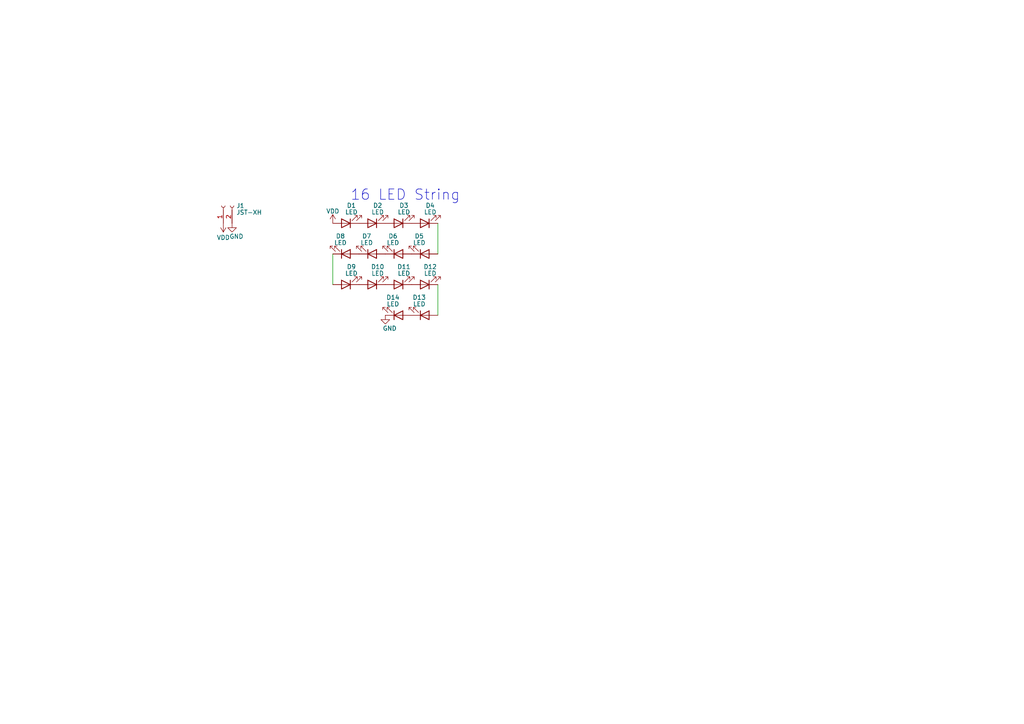
<source format=kicad_sch>
(kicad_sch (version 20230121) (generator eeschema)
  (paper "A4")
  (lib_symbols
    (symbol "Connector:Conn_01x02_Socket" (pin_names (offset 1.016) hide)
      (property "Reference" "J" (at 0 2.54 0))
      (property "Value" "Conn_01x02_Socket" (at 0 -5.08 0))
      (symbol "Conn_01x02_Socket_1_1"
        (arc (start 0 -2.032) (mid -0.5058 -2.54) (end 0 -3.048) (stroke (width 0.1524)))
        (polyline (pts (xy -1.27 -2.54) (xy -0.508 -2.54)) (stroke (width 0.1524)))
        (polyline (pts (xy -1.27 0) (xy -0.508 0)) (stroke (width 0.1524)))
        (arc (start 0 0.508) (mid -0.5058 0) (end 0 -0.508) (stroke (width 0.1524)))
        (pin passive line (at -5.08 0 0) (length 3.81) (name "Pin_1") (number "1"))
        (pin passive line (at -5.08 -2.54 0) (length 3.81) (name "Pin_2") (number "2"))
      )
    )
    (symbol "Device:LED" (pin_numbers hide) (pin_names (offset 1.016) hide)
      (property "Reference" "D" (at 0 2.54 0))
      (property "Value" "LED" (at 0 -2.54 0))
      (symbol "LED_0_1"
        (polyline (pts (xy -1.27 -1.27) (xy -1.27 1.27)) (stroke (width 0.254)))
        (polyline (pts (xy -1.27 0) (xy 1.27 0)))
        (polyline (pts (xy 1.27 -1.27) (xy 1.27 1.27) (xy -1.27 0) (xy 1.27 -1.27)) (stroke (width 0.254)))
        (polyline (pts (xy -3.048 -0.762) (xy -4.572 -2.286) (xy -3.81 -2.286) (xy -4.572 -2.286) (xy -4.572 -1.524)))
        (polyline (pts (xy -1.778 -0.762) (xy -3.302 -2.286) (xy -2.54 -2.286) (xy -3.302 -2.286) (xy -3.302 -1.524)))
      )
      (symbol "LED_1_1"
        (pin passive line (at -3.81 0 0) (length 2.54) (name "K") (number "1"))
        (pin passive line (at 3.81 0 180) (length 2.54) (name "A") (number "2"))
      )
    )
    (symbol "power:GND" (power) (pin_names (offset 0))
      (property "Value" "GND" (at 0 -3.81 0))
      (symbol "GND_0_1"
        (polyline (pts (xy 0 0) (xy 0 -1.27) (xy 1.27 -1.27) (xy 0 -2.54) (xy -1.27 -1.27) (xy 0 -1.27)))
      )
      (symbol "GND_1_1"
        (pin power_in line (at 0 0 270) (length 0) hide (name "GND") (number "1"))
      )
    )
    (symbol "power:VDD" (power) (pin_names (offset 0))
      (property "Value" "VDD" (at 0 3.81 0))
      (symbol "VDD_0_1"
        (polyline (pts (xy -0.762 1.27) (xy 0 2.54)))
        (polyline (pts (xy 0 0) (xy 0 2.54)))
        (polyline (pts (xy 0 2.54) (xy 0.762 1.27)))
      )
      (symbol "VDD_1_1"
        (pin power_in line (at 0 0 90) (length 0) hide (name "VDD") (number "1"))
      )
    )
  )
  (wire (pts (xy 127 82.55) (xy 127 91.44)))
  (wire (pts (xy 96.52 73.66) (xy 96.52 82.55)))
  (wire (pts (xy 127 64.77) (xy 127 73.66)))
  (text "16 LED String" (at 101.6 58.42 0) (effects (font (size 3 3)) (justify left bottom)))
  (symbol (lib_id "power:GND") (at 67.31 64.77 0) (unit 1)
    (property "Reference" "#PWR04" (effects hide))
    (property "Value" "GND" (at 68.58 68.58 0))
  )
  (symbol (lib_id "Device:LED") (at 107.95 64.77 180) (unit 1)
    (property "Reference" "D2" (at 109.5375 59.6011 0))
    (property "Value" "LED" (at 109.5375 61.5221 0))
    (property "Footprint" "Custom footprints:LED_XLAMP_XE-G_CRW" (effects hide))
    (property "Datasheet" "https://downloads.cree-led.com/files/ds/x/XLamp-XE-G.pdf" (effects hide))
    (property "Manufacturer" "Cree LED" (effects hide))
    (property "Part" "XEGARY-H0-0000-000-000000K2001" (effects hide))
  )
  (symbol (lib_id "Device:LED") (at 115.57 91.44 0) (mirror x) (unit 1)
    (property "Reference" "D14" (at 113.9825 86.2711 0))
    (property "Value" "LED" (at 113.9825 88.1921 0))
    (property "Footprint" "Custom footprints:LED_XLAMP_XE-G_CRW" (effects hide))
    (property "Datasheet" "https://downloads.cree-led.com/files/ds/x/XLamp-XE-G.pdf" (effects hide))
    (property "Manufacturer" "Cree LED" (effects hide))
    (property "Part" "XEGARY-H0-0000-000-000000K2001" (effects hide))
  )
  (symbol (lib_id "Device:LED") (at 123.19 73.66 0) (mirror x) (unit 1)
    (property "Reference" "D5" (at 121.6025 68.4911 0))
    (property "Value" "LED" (at 121.6025 70.4121 0))
    (property "Footprint" "Custom footprints:LED_XLAMP_XE-G_CRW" (effects hide))
    (property "Datasheet" "https://downloads.cree-led.com/files/ds/x/XLamp-XE-G.pdf" (effects hide))
    (property "Manufacturer" "Cree LED" (effects hide))
    (property "Part" "XEGARY-H0-0000-000-000000K2001" (effects hide))
  )
  (symbol (lib_id "Device:LED") (at 115.57 82.55 180) (unit 1)
    (property "Reference" "D11" (at 117.1575 77.3811 0))
    (property "Value" "LED" (at 117.1575 79.3021 0))
    (property "Footprint" "Custom footprints:LED_XLAMP_XE-G_CRW" (effects hide))
    (property "Datasheet" "https://downloads.cree-led.com/files/ds/x/XLamp-XE-G.pdf" (effects hide))
    (property "Manufacturer" "Cree LED" (effects hide))
    (property "Part" "XEGARY-H0-0000-000-000000K2001" (effects hide))
  )
  (symbol (lib_id "power:VDD") (at 64.77 64.77 180) (unit 1)
    (property "Reference" "#PWR03" (effects hide))
    (property "Value" "VDD" (at 64.77 68.9055 0))
  )
  (symbol (lib_id "power:GND") (at 111.76 91.44 0) (unit 1)
    (property "Reference" "#PWR02" (effects hide))
    (property "Value" "GND" (at 113.03 95.25 0))
  )
  (symbol (lib_id "Device:LED") (at 115.57 73.66 0) (mirror x) (unit 1)
    (property "Reference" "D6" (at 113.9825 68.4911 0))
    (property "Value" "LED" (at 113.9825 70.4121 0))
    (property "Footprint" "Custom footprints:LED_XLAMP_XE-G_CRW" (effects hide))
    (property "Datasheet" "https://downloads.cree-led.com/files/ds/x/XLamp-XE-G.pdf" (effects hide))
    (property "Manufacturer" "Cree LED" (effects hide))
    (property "Part" "XEGARY-H0-0000-000-000000K2001" (effects hide))
  )
  (symbol (lib_id "Device:LED") (at 123.19 82.55 180) (unit 1)
    (property "Reference" "D12" (at 124.7775 77.3811 0))
    (property "Value" "LED" (at 124.7775 79.3021 0))
    (property "Footprint" "Custom footprints:LED_XLAMP_XE-G_CRW" (effects hide))
    (property "Datasheet" "https://downloads.cree-led.com/files/ds/x/XLamp-XE-G.pdf" (effects hide))
    (property "Manufacturer" "Cree LED" (effects hide))
    (property "Part" "XEGARY-H0-0000-000-000000K2001" (effects hide))
  )
  (symbol (lib_id "Connector:Conn_01x02_Socket") (at 64.77 59.69 90) (unit 1)
    (property "Reference" "J1" (at 68.5292 59.6813 90) (effects (justify right)))
    (property "Value" "JST-XH" (at 68.5292 61.6023 90) (effects (justify right)))
    (property "Footprint" "Connector_Wire:SolderWire-0.1sqmm_1x02_P3.6mm_D0.4mm_OD1mm" (effects hide))
    (property "Datasheet" "https://www.jst-mfg.com/product/pdf/eng/eXH.pdf" (effects hide))
    (property "Manufacturer" "JST Sales America Inc." (effects hide))
    (property "Part" "B2B-XH-A" (effects hide))
  )
  (symbol (lib_id "Device:LED") (at 123.19 64.77 180) (unit 1)
    (property "Reference" "D4" (at 124.7775 59.6011 0))
    (property "Value" "LED" (at 124.7775 61.5221 0))
    (property "Footprint" "Custom footprints:LED_XLAMP_XE-G_CRW" (effects hide))
    (property "Datasheet" "https://downloads.cree-led.com/files/ds/x/XLamp-XE-G.pdf" (effects hide))
    (property "Manufacturer" "Cree LED" (effects hide))
    (property "Part" "XEGARY-H0-0000-000-000000K2001" (effects hide))
  )
  (symbol (lib_id "Device:LED") (at 100.33 82.55 180) (unit 1)
    (property "Reference" "D9" (at 101.9175 77.3811 0))
    (property "Value" "LED" (at 101.9175 79.3021 0))
    (property "Footprint" "Custom footprints:LED_XLAMP_XE-G_CRW" (effects hide))
    (property "Datasheet" "https://downloads.cree-led.com/files/ds/x/XLamp-XE-G.pdf" (effects hide))
    (property "Manufacturer" "Cree LED" (effects hide))
    (property "Part" "XEGARY-H0-0000-000-000000K2001" (effects hide))
  )
  (symbol (lib_id "power:VDD") (at 96.52 64.77 0) (unit 1)
    (property "Reference" "#PWR01" (effects hide))
    (property "Value" "VDD" (at 96.52 61.2681 0))
  )
  (symbol (lib_id "Device:LED") (at 107.95 82.55 180) (unit 1)
    (property "Reference" "D10" (at 109.5375 77.3811 0))
    (property "Value" "LED" (at 109.5375 79.3021 0))
    (property "Footprint" "Custom footprints:LED_XLAMP_XE-G_CRW" (effects hide))
    (property "Datasheet" "https://downloads.cree-led.com/files/ds/x/XLamp-XE-G.pdf" (effects hide))
    (property "Manufacturer" "Cree LED" (effects hide))
    (property "Part" "XEGARY-H0-0000-000-000000K2001" (effects hide))
  )
  (symbol (lib_id "Device:LED") (at 100.33 73.66 0) (mirror x) (unit 1)
    (property "Reference" "D8" (at 98.7425 68.4911 0))
    (property "Value" "LED" (at 98.7425 70.4121 0))
    (property "Footprint" "Custom footprints:LED_XLAMP_XE-G_CRW" (effects hide))
    (property "Datasheet" "https://downloads.cree-led.com/files/ds/x/XLamp-XE-G.pdf" (effects hide))
    (property "Manufacturer" "Cree LED" (effects hide))
    (property "Part" "XEGARY-H0-0000-000-000000K2001" (effects hide))
  )
  (symbol (lib_id "Device:LED") (at 115.57 64.77 180) (unit 1)
    (property "Reference" "D3" (at 117.1575 59.6011 0))
    (property "Value" "LED" (at 117.1575 61.5221 0))
    (property "Footprint" "Custom footprints:LED_XLAMP_XE-G_CRW" (effects hide))
    (property "Datasheet" "https://downloads.cree-led.com/files/ds/x/XLamp-XE-G.pdf" (effects hide))
    (property "Manufacturer" "Cree LED" (effects hide))
    (property "Part" "XEGARY-H0-0000-000-000000K2001" (effects hide))
  )
  (symbol (lib_id "Device:LED") (at 107.95 73.66 0) (mirror x) (unit 1)
    (property "Reference" "D7" (at 106.3625 68.4911 0))
    (property "Value" "LED" (at 106.3625 70.4121 0))
    (property "Footprint" "Custom footprints:LED_XLAMP_XE-G_CRW" (effects hide))
    (property "Datasheet" "https://downloads.cree-led.com/files/ds/x/XLamp-XE-G.pdf" (effects hide))
    (property "Manufacturer" "Cree LED" (effects hide))
    (property "Part" "XEGARY-H0-0000-000-000000K2001" (effects hide))
  )
  (symbol (lib_id "Device:LED") (at 100.33 64.77 180) (unit 1)
    (property "Reference" "D1" (at 101.9175 59.6011 0))
    (property "Value" "LED" (at 101.9175 61.5221 0))
    (property "Footprint" "Custom footprints:LED_XLAMP_XE-G_CRW" (effects hide))
    (property "Datasheet" "https://downloads.cree-led.com/files/ds/x/XLamp-XE-G.pdf" (effects hide))
    (property "Manufacturer" "Cree LED" (effects hide))
    (property "Part" "XEGARY-H0-0000-000-000000K2001" (effects hide))
  )
  (symbol (lib_id "Device:LED") (at 123.19 91.44 0) (mirror x) (unit 1)
    (property "Reference" "D13" (at 121.6025 86.2711 0))
    (property "Value" "LED" (at 121.6025 88.1921 0))
    (property "Footprint" "Custom footprints:LED_XLAMP_XE-G_CRW" (effects hide))
    (property "Datasheet" "https://downloads.cree-led.com/files/ds/x/XLamp-XE-G.pdf" (effects hide))
    (property "Manufacturer" "Cree LED" (effects hide))
    (property "Part" "XEGARY-H0-0000-000-000000K2001" (effects hide))
  )
)
</source>
